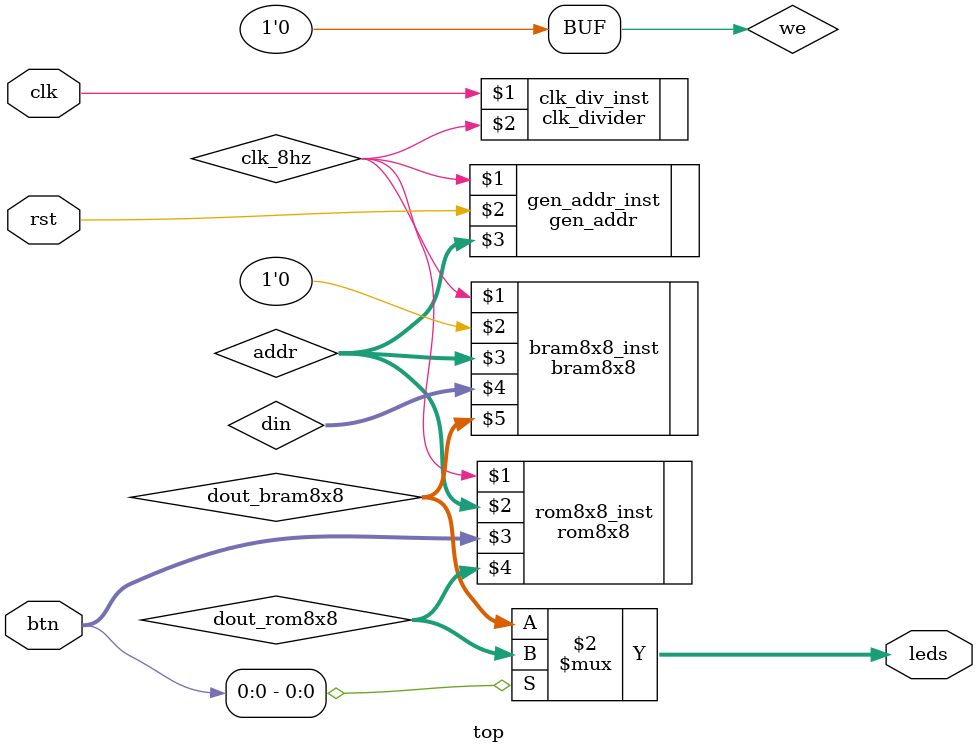
<source format=v>
module top(input clk, input rst, input [2:0] btn, output [7:0] leds); 

wire clk_8hz;
wire [2:0] addr;
wire [7:0] dout_rom8x8, dout_bram8x8;
wire [7:0] din;  
wire [0:0] we; 

clk_divider clk_div_inst (clk, clk_8hz);
gen_addr gen_addr_inst (clk_8hz, rst, addr); 
rom8x8 rom8x8_inst (clk_8hz, addr, btn, dout_rom8x8);
bram8x8 bram8x8_inst (clk_8hz, we, addr, din, dout_bram8x8); 

assign leds = (btn[0]==1'b0)? dout_bram8x8 : dout_rom8x8;

assign we[0] = 1'b0; 

endmodule

</source>
